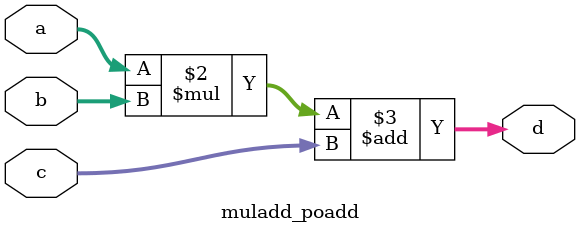
<source format=v>
`timescale 1ns / 1ps


module muladd_poadd#(parameter DataWidth = 32)(
    input [DataWidth-1:0] a,
    input [DataWidth-1:0] b,
    input [DataWidth-1:0] c,
    output reg [(2*DataWidth):0] d
    );
    
    always @(*)
    begin
          d = ( a * b ) + c ;
    end
endmodule


</source>
